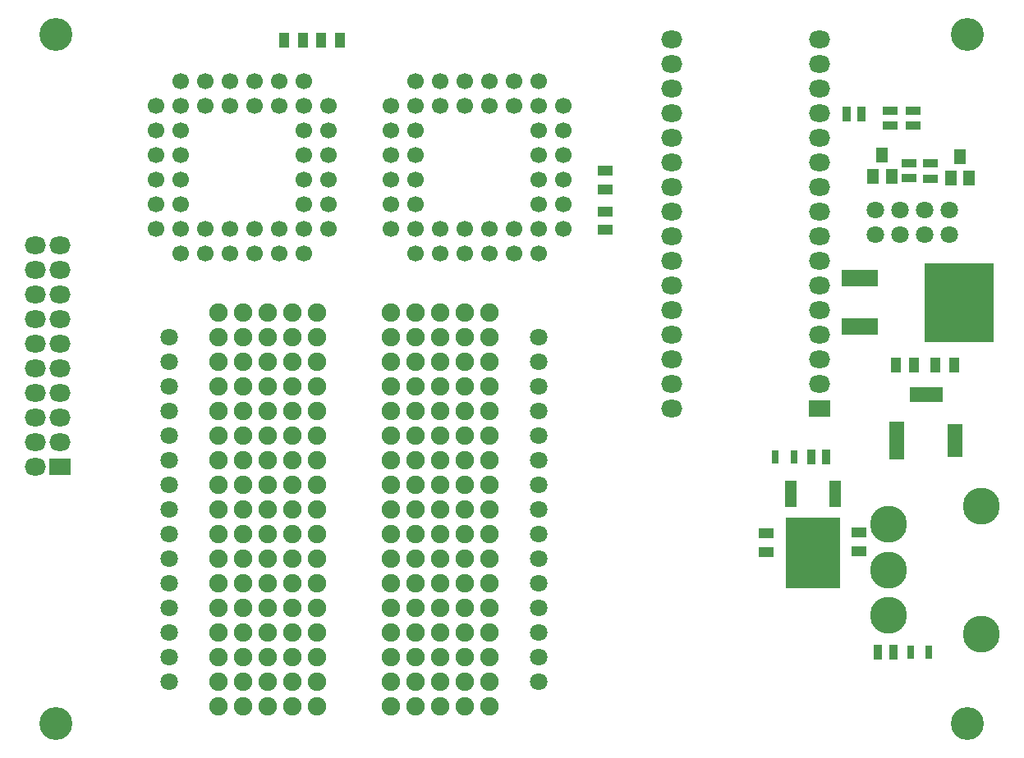
<source format=gts>
G04*
G04 #@! TF.GenerationSoftware,Altium Limited,Altium Designer,18.1.9 (240)*
G04*
G04 Layer_Color=8388736*
%FSLAX44Y44*%
%MOMM*%
G71*
G01*
G75*
%ADD24R,1.2000X1.6000*%
%ADD25R,0.7000X1.4000*%
%ADD26R,1.5000X0.9000*%
%ADD27R,0.9000X1.5000*%
%ADD28R,7.2000X8.2000*%
%ADD29R,3.7000X1.8000*%
%ADD30R,1.1000X1.5000*%
%ADD31R,1.5000X1.1000*%
%ADD32R,1.1500X2.8000*%
%ADD33R,5.7000X7.3000*%
%ADD34C,1.9000*%
%ADD35C,1.8000*%
%ADD36R,3.4000X1.5000*%
%ADD37R,1.5000X3.4000*%
%ADD38R,1.5000X3.9000*%
%ADD39R,2.2000X1.8000*%
%ADD40O,2.2000X1.8000*%
%ADD41C,3.8000*%
%ADD42C,1.7000*%
%ADD43C,3.4000*%
D24*
X960780Y601140D02*
D03*
X979780D02*
D03*
X970280Y623140D02*
D03*
X880516Y602664D02*
D03*
X899516D02*
D03*
X890016Y624664D02*
D03*
D25*
X919124Y111506D02*
D03*
X938124D02*
D03*
X798830Y313182D02*
D03*
X779830D02*
D03*
D26*
X922020Y670820D02*
D03*
Y655320D02*
D03*
X897890Y670820D02*
D03*
Y655320D02*
D03*
X917702Y616334D02*
D03*
Y600834D02*
D03*
X940054Y616080D02*
D03*
Y600580D02*
D03*
D27*
X853180Y666750D02*
D03*
X868680D02*
D03*
X832364Y313182D02*
D03*
X816864D02*
D03*
X885692Y111506D02*
D03*
X901192D02*
D03*
D28*
X969518Y472694D02*
D03*
D29*
X866518Y447694D02*
D03*
Y497694D02*
D03*
D30*
X292710Y742950D02*
D03*
X273710D02*
D03*
X330810D02*
D03*
X311810D02*
D03*
X923036Y408178D02*
D03*
X904036D02*
D03*
X944778D02*
D03*
X963778D02*
D03*
D31*
X604520Y589280D02*
D03*
Y608280D02*
D03*
X865632Y216052D02*
D03*
Y235052D02*
D03*
X770382Y215290D02*
D03*
Y234290D02*
D03*
X604520Y547420D02*
D03*
Y566420D02*
D03*
D32*
X841442Y274876D02*
D03*
X795842D02*
D03*
D33*
X818642Y214376D02*
D03*
D34*
X205740Y55570D02*
D03*
X231140D02*
D03*
X256540D02*
D03*
X281940D02*
D03*
X307340D02*
D03*
X383540D02*
D03*
X408940D02*
D03*
X434340D02*
D03*
X459740D02*
D03*
X485140D02*
D03*
Y461970D02*
D03*
X459740D02*
D03*
X434340D02*
D03*
X408940D02*
D03*
X383540D02*
D03*
X307340D02*
D03*
X281940D02*
D03*
X256540D02*
D03*
X231140D02*
D03*
X205740D02*
D03*
Y436570D02*
D03*
X231140D02*
D03*
X256540D02*
D03*
X281940D02*
D03*
X307340D02*
D03*
X205740Y411170D02*
D03*
X231140D02*
D03*
X256540D02*
D03*
X281940D02*
D03*
X307340D02*
D03*
X205740Y385770D02*
D03*
X231140D02*
D03*
X256540D02*
D03*
X281940D02*
D03*
X307340D02*
D03*
X205740Y360370D02*
D03*
X231140D02*
D03*
X256540D02*
D03*
X281940D02*
D03*
X307340D02*
D03*
X205740Y334970D02*
D03*
X231140D02*
D03*
X256540D02*
D03*
X281940D02*
D03*
X307340D02*
D03*
X205740Y309570D02*
D03*
X231140D02*
D03*
X256540D02*
D03*
X281940D02*
D03*
X307340D02*
D03*
X205740Y284170D02*
D03*
X231140D02*
D03*
X256540D02*
D03*
X281940D02*
D03*
X307340D02*
D03*
X205740Y258770D02*
D03*
X231140D02*
D03*
X256540D02*
D03*
X281940D02*
D03*
X307340D02*
D03*
X205740Y233370D02*
D03*
X231140D02*
D03*
X256540D02*
D03*
X281940D02*
D03*
X307340D02*
D03*
X205740Y207970D02*
D03*
X231140D02*
D03*
X256540D02*
D03*
X281940D02*
D03*
X307340D02*
D03*
X205740Y182570D02*
D03*
X231140D02*
D03*
X256540D02*
D03*
X281940D02*
D03*
X307340D02*
D03*
X205740Y157170D02*
D03*
X231140D02*
D03*
X256540D02*
D03*
X281940D02*
D03*
X307340D02*
D03*
X205740Y131770D02*
D03*
X231140D02*
D03*
X256540D02*
D03*
X281940D02*
D03*
X307340D02*
D03*
X205740Y106370D02*
D03*
X231140D02*
D03*
X256540D02*
D03*
X281940D02*
D03*
X307340D02*
D03*
X205740Y80970D02*
D03*
X231140D02*
D03*
X256540D02*
D03*
X281940D02*
D03*
X307340D02*
D03*
X383540Y436570D02*
D03*
X408940D02*
D03*
X434340D02*
D03*
X459740D02*
D03*
X485140D02*
D03*
X383540Y411170D02*
D03*
X408940D02*
D03*
X434340D02*
D03*
X459740D02*
D03*
X485140D02*
D03*
X383540Y385770D02*
D03*
X408940D02*
D03*
X434340D02*
D03*
X459740D02*
D03*
X485140D02*
D03*
X383540Y360370D02*
D03*
X408940D02*
D03*
X434340D02*
D03*
X459740D02*
D03*
X485140D02*
D03*
X383540Y334970D02*
D03*
X408940D02*
D03*
X434340D02*
D03*
X459740D02*
D03*
X485140D02*
D03*
X383540Y309570D02*
D03*
X408940D02*
D03*
X434340D02*
D03*
X459740D02*
D03*
X485140D02*
D03*
X383540Y284170D02*
D03*
X408940D02*
D03*
X434340D02*
D03*
X459740D02*
D03*
X485140D02*
D03*
X383540Y258770D02*
D03*
X408940D02*
D03*
X434340D02*
D03*
X459740D02*
D03*
X485140D02*
D03*
X383540Y233370D02*
D03*
X408940D02*
D03*
X434340D02*
D03*
X459740D02*
D03*
X485140D02*
D03*
X383540Y207970D02*
D03*
X408940D02*
D03*
X434340D02*
D03*
X459740D02*
D03*
X485140D02*
D03*
X383540Y182570D02*
D03*
X408940D02*
D03*
X434340D02*
D03*
X459740D02*
D03*
X485140D02*
D03*
X383540Y157170D02*
D03*
X408940D02*
D03*
X434340D02*
D03*
X459740D02*
D03*
X485140D02*
D03*
X383540Y131770D02*
D03*
X408940D02*
D03*
X434340D02*
D03*
X459740D02*
D03*
X485140D02*
D03*
X383540Y106370D02*
D03*
X408940D02*
D03*
X434340D02*
D03*
X459740D02*
D03*
X485140D02*
D03*
X383540Y80970D02*
D03*
X408940D02*
D03*
X434340D02*
D03*
X459740D02*
D03*
X485140D02*
D03*
D35*
X154940Y436570D02*
D03*
Y411170D02*
D03*
Y385770D02*
D03*
Y360370D02*
D03*
Y334970D02*
D03*
Y309570D02*
D03*
Y284170D02*
D03*
Y258770D02*
D03*
Y233370D02*
D03*
Y207970D02*
D03*
Y182570D02*
D03*
Y157170D02*
D03*
Y131770D02*
D03*
Y106370D02*
D03*
Y80970D02*
D03*
X535940D02*
D03*
Y106370D02*
D03*
Y131770D02*
D03*
Y157170D02*
D03*
Y182570D02*
D03*
Y207970D02*
D03*
Y233370D02*
D03*
Y258770D02*
D03*
Y284170D02*
D03*
Y309570D02*
D03*
Y334970D02*
D03*
Y360370D02*
D03*
Y385770D02*
D03*
Y411170D02*
D03*
Y436570D02*
D03*
X882650Y542290D02*
D03*
X908050D02*
D03*
X933450D02*
D03*
X958850D02*
D03*
Y567690D02*
D03*
X933450D02*
D03*
X908050D02*
D03*
X882650D02*
D03*
D36*
X935200Y377200D02*
D03*
D37*
X965200Y330200D02*
D03*
D38*
X905200D02*
D03*
D39*
X41910Y302768D02*
D03*
X825500Y363220D02*
D03*
D40*
X41910Y328168D02*
D03*
Y353568D02*
D03*
Y378968D02*
D03*
Y404368D02*
D03*
Y429768D02*
D03*
Y455168D02*
D03*
Y480568D02*
D03*
Y505968D02*
D03*
Y531368D02*
D03*
X16510Y302768D02*
D03*
Y328168D02*
D03*
Y353568D02*
D03*
Y378968D02*
D03*
Y404368D02*
D03*
Y429768D02*
D03*
Y455168D02*
D03*
Y480568D02*
D03*
Y505968D02*
D03*
Y531368D02*
D03*
X825500Y744220D02*
D03*
X673100D02*
D03*
Y718820D02*
D03*
Y693420D02*
D03*
Y668020D02*
D03*
Y642620D02*
D03*
Y617220D02*
D03*
Y591820D02*
D03*
Y566420D02*
D03*
Y541020D02*
D03*
Y515620D02*
D03*
Y490220D02*
D03*
Y464820D02*
D03*
Y439420D02*
D03*
Y414020D02*
D03*
Y388620D02*
D03*
Y363220D02*
D03*
X825500Y718820D02*
D03*
Y693420D02*
D03*
Y668020D02*
D03*
Y642620D02*
D03*
Y617220D02*
D03*
Y591820D02*
D03*
Y566420D02*
D03*
Y541020D02*
D03*
Y515620D02*
D03*
Y490220D02*
D03*
Y464820D02*
D03*
Y439420D02*
D03*
Y414020D02*
D03*
Y388620D02*
D03*
D41*
X896824Y243556D02*
D03*
Y149556D02*
D03*
X992124Y262556D02*
D03*
Y130556D02*
D03*
X896824Y196556D02*
D03*
D42*
X318770Y548616D02*
D03*
Y574016D02*
D03*
Y599416D02*
D03*
Y624816D02*
D03*
Y650216D02*
D03*
Y675616D02*
D03*
X293370Y523216D02*
D03*
Y548616D02*
D03*
Y574016D02*
D03*
Y599416D02*
D03*
Y624816D02*
D03*
Y650216D02*
D03*
Y675616D02*
D03*
Y701016D02*
D03*
X267970Y523216D02*
D03*
Y548616D02*
D03*
Y675616D02*
D03*
Y701016D02*
D03*
X242570Y523216D02*
D03*
Y548616D02*
D03*
Y675616D02*
D03*
Y701016D02*
D03*
X217170Y523216D02*
D03*
Y548616D02*
D03*
Y675616D02*
D03*
Y701016D02*
D03*
X191770Y523216D02*
D03*
Y548616D02*
D03*
Y675616D02*
D03*
Y701016D02*
D03*
X166370Y523216D02*
D03*
Y548616D02*
D03*
Y574016D02*
D03*
Y599416D02*
D03*
Y624816D02*
D03*
Y650216D02*
D03*
Y675616D02*
D03*
Y701016D02*
D03*
X140970Y548616D02*
D03*
Y574016D02*
D03*
Y599416D02*
D03*
Y624816D02*
D03*
Y650216D02*
D03*
Y675616D02*
D03*
X408940Y522986D02*
D03*
X434340D02*
D03*
X459740D02*
D03*
X485140D02*
D03*
X510540D02*
D03*
X535940D02*
D03*
X383540Y548386D02*
D03*
X408940D02*
D03*
X434340D02*
D03*
X459740D02*
D03*
X485140D02*
D03*
X510540D02*
D03*
X535940D02*
D03*
X561340D02*
D03*
X383540Y573786D02*
D03*
X408940D02*
D03*
X535940D02*
D03*
X561340D02*
D03*
X383540Y599186D02*
D03*
X408940D02*
D03*
X535940D02*
D03*
X561340D02*
D03*
X383540Y624586D02*
D03*
X408940D02*
D03*
X535940D02*
D03*
X561340D02*
D03*
X383540Y649986D02*
D03*
X408940D02*
D03*
X535940D02*
D03*
X561340D02*
D03*
X383540Y675386D02*
D03*
X408940D02*
D03*
X434340D02*
D03*
X459740D02*
D03*
X485140D02*
D03*
X510540D02*
D03*
X535940D02*
D03*
X561340D02*
D03*
X408940Y700786D02*
D03*
X434340D02*
D03*
X459740D02*
D03*
X485140D02*
D03*
X510540D02*
D03*
X535940D02*
D03*
D43*
X38100Y749300D02*
D03*
Y38100D02*
D03*
X977900Y749300D02*
D03*
Y38100D02*
D03*
M02*

</source>
